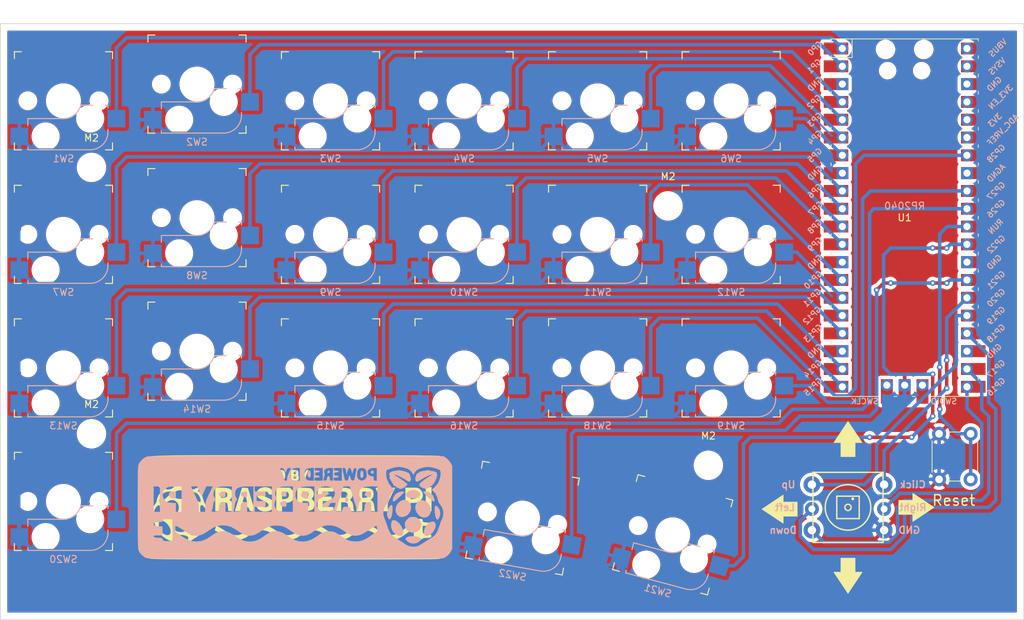
<source format=kicad_pcb>
(kicad_pcb (version 20171130) (host pcbnew "(5.1.12)-1")
  (layers (0 F.Cu signal) (31 B.Cu signal) (34 B.Paste user) (35 F.Paste user) (36 B.SilkS user) (37 F.SilkS user) (38 B.Mask user) (39 F.Mask user) (44 Edge.Cuts user))
  (net 0 "")
  (net 1 "Net-(SW1-Pad1)")
  (net 2 "Net-(SW1-Pad2)")
  (net 3 "Net-(SW2-Pad2)")
  (net 4 "Net-(SW3-Pad2)")
  (net 5 "Net-(SW4-Pad2)")
  (net 6 "Net-(SW5-Pad2)")
  (net 7 "Net-(SW6-Pad2)")
  (net 8 "Net-(SW7-Pad2)")
  (net 9 "Net-(SW8-Pad2)")
  (net 10 "Net-(SW9-Pad2)")
  (net 11 "Net-(SW10-Pad2)")
  (net 12 "Net-(SW11-Pad2)")
  (net 13 "Net-(SW12-Pad2)")
  (net 14 "Net-(SW13-Pad2)")
  (net 15 "Net-(SW14-Pad2)")
  (net 16 "Net-(SW15-Pad2)")
  (net 17 "Net-(SW16-Pad2)")
  (net 18 "Net-(SW17-Pad2)")
  (net 19 "Net-(SW18-Pad2)")
  (net 20 "Net-(SW19-Pad2)")
  (net 21 "Net-(SW20-Pad2)")
  (net 22 "Net-(SW21-Pad2)")
  (net 23 "Net-(SW22-Pad2)")
  (net 24 "Net-(Top1-Pad5)")
  (net 25 "Net-(Top1-Pad2)")
  (net 26 "Net-(Top1-Pad6)")
  (net 27 "Net-(Top1-Pad3)")
  (net 28 "Net-(Top1-Pad1)")
  (net 29 "Net-(U1-Pad3)")
  (net 30 "Net-(U1-Pad8)")
  (net 31 "Net-(U1-Pad13)")
  (net 32 "Net-(U1-Pad18)")
  (net 33 "Net-(U1-Pad23)")
  (net 34 "Net-(U1-Pad28)")
  (net 35 "Net-(U1-Pad33)")
  (net 36 "Net-(U1-Pad35)")
  (net 37 "Net-(U1-Pad36)")
  (net 38 "Net-(U1-Pad37)")
  (net 39 "Net-(U1-Pad38)")
  (net 40 "Net-(U1-Pad39)")
  (net 41 "Net-(U1-Pad40)")
  (net 42 "Net-(U1-Pad41)")
  (net 43 "Net-(U1-Pad43)")
  (module MountingHole:MountingHole_3.2mm_M3 (layer F.Cu) (at 122 82)
    (fp_text reference M2 (at 0 -4.2) (layer F.SilkS))
    (fp_text value MountingHole_3.2mm_M3)
    (pad 1 np_thru_hole circle (at 0 0) (size 3.2 3.2) (drill 3.2) (layers *.Cu *.Mask))
  )
  (module MountingHole:MountingHole_3.2mm_M3 (layer F.Cu) (at 34 77.5)
    (fp_text reference M2 (at 0 -4.2) (layer F.SilkS))
    (fp_text value MountingHole_3.2mm_M3)
    (pad 1 np_thru_hole circle (at 0 0) (size 3.2 3.2) (drill 3.2) (layers *.Cu *.Mask))
  )
  (module MountingHole:MountingHole_3.2mm_M3 (layer F.Cu) (at 116.25 45)
    (fp_text reference M2 (at 0 -4.2) (layer F.SilkS))
    (fp_text value MountingHole_3.2mm_M3)
    (pad 1 np_thru_hole circle (at 0 0) (size 3.2 3.2) (drill 3.2) (layers *.Cu *.Mask))
  )
  (module MountingHole:MountingHole_3.2mm_M3 (layer F.Cu) (at 34 39.5)
    (fp_text reference M2 (at 0 -4.2) (layer F.SilkS))
    (fp_text value MountingHole_3.2mm_M3)
    (pad 1 np_thru_hole circle (at 0 0) (size 3.2 3.2) (drill 3.2) (layers *.Cu *.Mask))
  )
  (module "Graphics:PiPoweredFILLED(Smaller)" (layer B.Cu) (at 63 88 180)
    (fp_text reference G*** hide)
    (fp_text value LOGO hide)
  )
  (module "Graphics:PwrdByPiOUTLINE(Smaller)" (layer F.Cu) (at 63 88)
    (fp_text reference G*** hide)
    (fp_text value LOGO hide)
  )
  (module MX_KeySwitch_Footprints:Kailh_socket_MX (layer F.Cu) (at 116.915625 91.9125 165)
    (fp_text reference SW21 (at 0 -8.255 165) (layer B.SilkS) (effects (justify mirror)))
    (fp_text value SW_SPST)
    (pad 2 smd rect (at -7.56 -2.54 165) (size 2.55 2.5) (layers B.Cu B.Paste B.Mask) (net 22 "Net-(SW21-Pad2)"))
    (pad "" np_thru_hole circle (at -5.08 0 165) (size 1.7018 1.7018) (drill 1.7018) (layers *.Cu *.Mask))
    (pad "" np_thru_hole circle (at 5.08 0 165) (size 1.7018 1.7018) (drill 1.7018) (layers *.Cu *.Mask))
    (pad "" np_thru_hole circle (at 0 0 165) (size 3.9878 3.9878) (drill 3.9878) (layers *.Cu *.Mask))
    (pad "" np_thru_hole circle (at -3.81 -2.54 165) (size 3 3) (drill 3) (layers *.Cu *.Mask))
    (pad "" np_thru_hole circle (at 2.54 -5.08 165) (size 3 3) (drill 3) (layers *.Cu *.Mask))
    (pad 1 smd rect (at 6.29 -5.08 165) (size 2.55 2.5) (layers B.Cu B.Paste B.Mask) (net 1 "Net-(SW1-Pad1)"))
  )
  (module MX_KeySwitch_Footprints:Kailh_socket_MX (layer F.Cu) (at 125.25 49.05 180)
    (fp_text reference SW12 (at 0 -8.255) (layer B.SilkS) (effects (justify mirror)))
    (fp_text value SW_SPST)
    (pad 1 smd rect (at 6.29 -5.08 180) (size 2.55 2.5) (layers B.Cu B.Paste B.Mask) (net 1 "Net-(SW1-Pad1)"))
    (pad "" np_thru_hole circle (at 2.54 -5.08 180) (size 3 3) (drill 3) (layers *.Cu *.Mask))
    (pad "" np_thru_hole circle (at -3.81 -2.54 180) (size 3 3) (drill 3) (layers *.Cu *.Mask))
    (pad "" np_thru_hole circle (at 0 0 180) (size 3.9878 3.9878) (drill 3.9878) (layers *.Cu *.Mask))
    (pad "" np_thru_hole circle (at 5.08 0 180) (size 1.7018 1.7018) (drill 1.7018) (layers *.Cu *.Mask))
    (pad "" np_thru_hole circle (at -5.08 0 180) (size 1.7018 1.7018) (drill 1.7018) (layers *.Cu *.Mask))
    (pad 2 smd rect (at -7.56 -2.54 180) (size 2.55 2.5) (layers B.Cu B.Paste B.Mask) (net 13 "Net-(SW12-Pad2)"))
  )
  (module Thru-hole_5-way_Navigation_switch:SKQUCAA010_4-directional_with_Center_Push (layer F.Cu) (at 141.91875 88)
    (fp_text reference Top1)
    (fp_text value Thru-hole_5-way_Navigation_switch)
    (fp_text user Up (at -8.5 -3.25) (layer B.SilkS) (effects (font (thickness 0.2)) (justify mirror)))
    (fp_text user Left (at -9 0) (layer B.SilkS) (effects (font (thickness 0.2)) (justify mirror)))
    (fp_text user Down (at -9.25 3.25) (layer B.SilkS) (effects (font (thickness 0.2)) (justify mirror)))
    (fp_text user Click (at 9.25 -3.25) (layer B.SilkS) (effects (font (thickness 0.2)) (justify mirror)))
    (fp_text user GND (at 8.75 3.25) (layer B.SilkS) (effects (font (thickness 0.2)) (justify mirror)))
    (fp_text user Right (at 9.25 0) (layer B.SilkS) (effects (font (thickness 0.2)) (justify mirror)))
    (pad 1 thru_hole circle (at -5.15 -3.25) (size 2.4 2.4) (drill 1.2) (layers *.Cu *.Mask) (net 28 "Net-(Top1-Pad1)"))
    (pad 3 thru_hole circle (at -5.15 3.25) (size 2.4 2.4) (drill 1.2) (layers *.Cu *.Mask) (net 27 "Net-(Top1-Pad3)"))
    (pad 4 thru_hole circle (at 5.15 3.25) (size 2.4 2.4) (drill 1.2) (layers *.Cu *.Mask) (net 1 "Net-(SW1-Pad1)"))
    (pad 6 thru_hole circle (at 5.15 -3.25) (size 2.4 2.4) (drill 1.2) (layers *.Cu *.Mask) (net 26 "Net-(Top1-Pad6)"))
    (pad 2 thru_hole circle (at -5.15 0.225) (size 2 2) (drill 1) (layers *.Cu *.Mask) (net 25 "Net-(Top1-Pad2)"))
    (pad 5 thru_hole circle (at 5.15 0.225) (size 2 2) (drill 1) (layers *.Cu *.Mask) (net 24 "Net-(Top1-Pad5)"))
  )
  (module Button_Switch_THT:SW_PUSH_6mm (layer F.Cu) (at 154.9125 84 90)
    (fp_text reference Reset (at -3 2.0875) (layer F.SilkS) (effects (font (size 1.5 1.5) (thickness 0.2))))
    (fp_text value SW_SPST)
    (pad 1 thru_hole circle (at 6.5 0 180) (size 2 2) (drill 1.1) (layers *.Cu *.Mask) (net 1 "Net-(SW1-Pad1)"))
    (pad 2 thru_hole circle (at 6.5 4.5 180) (size 2 2) (drill 1.1) (layers *.Cu *.Mask) (net 18 "Net-(SW17-Pad2)"))
    (pad 1 thru_hole circle (at 0 0 180) (size 2 2) (drill 1.1) (layers *.Cu *.Mask) (net 1 "Net-(SW1-Pad1)"))
    (pad 2 thru_hole circle (at 0 4.5 180) (size 2 2) (drill 1.1) (layers *.Cu *.Mask) (net 18 "Net-(SW17-Pad2)"))
  )
  (module MX_KeySwitch_Footprints:Kailh_socket_MX (layer F.Cu) (at 30 30 180)
    (fp_text reference SW1 (at 0 -8.255) (layer B.SilkS) (effects (justify mirror)))
    (fp_text value SW_SPST)
    (pad 1 smd rect (at 6.29 -5.08 180) (size 2.55 2.5) (layers B.Cu B.Paste B.Mask) (net 1 "Net-(SW1-Pad1)"))
    (pad "" np_thru_hole circle (at 2.54 -5.08 180) (size 3 3) (drill 3) (layers *.Cu *.Mask))
    (pad "" np_thru_hole circle (at -3.81 -2.54 180) (size 3 3) (drill 3) (layers *.Cu *.Mask))
    (pad "" np_thru_hole circle (at 0 0 180) (size 3.9878 3.9878) (drill 3.9878) (layers *.Cu *.Mask))
    (pad "" np_thru_hole circle (at 5.08 0 180) (size 1.7018 1.7018) (drill 1.7018) (layers *.Cu *.Mask))
    (pad "" np_thru_hole circle (at -5.08 0 180) (size 1.7018 1.7018) (drill 1.7018) (layers *.Cu *.Mask))
    (pad 2 smd rect (at -7.56 -2.54 180) (size 2.55 2.5) (layers B.Cu B.Paste B.Mask) (net 2 "Net-(SW1-Pad2)"))
  )
  (module MX_KeySwitch_Footprints:Kailh_socket_MX (layer F.Cu) (at 49.05 27.61875 180)
    (fp_text reference SW2 (at 0 -8.255) (layer B.SilkS) (effects (justify mirror)))
    (fp_text value SW_SPST)
    (pad 2 smd rect (at -7.56 -2.54 180) (size 2.55 2.5) (layers B.Cu B.Paste B.Mask) (net 3 "Net-(SW2-Pad2)"))
    (pad "" np_thru_hole circle (at -5.08 0 180) (size 1.7018 1.7018) (drill 1.7018) (layers *.Cu *.Mask))
    (pad "" np_thru_hole circle (at 5.08 0 180) (size 1.7018 1.7018) (drill 1.7018) (layers *.Cu *.Mask))
    (pad "" np_thru_hole circle (at 0 0 180) (size 3.9878 3.9878) (drill 3.9878) (layers *.Cu *.Mask))
    (pad "" np_thru_hole circle (at -3.81 -2.54 180) (size 3 3) (drill 3) (layers *.Cu *.Mask))
    (pad "" np_thru_hole circle (at 2.54 -5.08 180) (size 3 3) (drill 3) (layers *.Cu *.Mask))
    (pad 1 smd rect (at 6.29 -5.08 180) (size 2.55 2.5) (layers B.Cu B.Paste B.Mask) (net 1 "Net-(SW1-Pad1)"))
  )
  (module MX_KeySwitch_Footprints:Kailh_socket_MX (layer F.Cu) (at 68.1 30 180)
    (fp_text reference SW3 (at 0 -8.255) (layer B.SilkS) (effects (justify mirror)))
    (fp_text value SW_SPST)
    (pad 2 smd rect (at -7.56 -2.54 180) (size 2.55 2.5) (layers B.Cu B.Paste B.Mask) (net 4 "Net-(SW3-Pad2)"))
    (pad "" np_thru_hole circle (at -5.08 0 180) (size 1.7018 1.7018) (drill 1.7018) (layers *.Cu *.Mask))
    (pad "" np_thru_hole circle (at 5.08 0 180) (size 1.7018 1.7018) (drill 1.7018) (layers *.Cu *.Mask))
    (pad "" np_thru_hole circle (at 0 0 180) (size 3.9878 3.9878) (drill 3.9878) (layers *.Cu *.Mask))
    (pad "" np_thru_hole circle (at -3.81 -2.54 180) (size 3 3) (drill 3) (layers *.Cu *.Mask))
    (pad "" np_thru_hole circle (at 2.54 -5.08 180) (size 3 3) (drill 3) (layers *.Cu *.Mask))
    (pad 1 smd rect (at 6.29 -5.08 180) (size 2.55 2.5) (layers B.Cu B.Paste B.Mask) (net 1 "Net-(SW1-Pad1)"))
  )
  (module MX_KeySwitch_Footprints:Kailh_socket_MX (layer F.Cu) (at 87.15 30 180)
    (fp_text reference SW4 (at 0 -8.255) (layer B.SilkS) (effects (justify mirror)))
    (fp_text value SW_SPST)
    (pad 1 smd rect (at 6.29 -5.08 180) (size 2.55 2.5) (layers B.Cu B.Paste B.Mask) (net 1 "Net-(SW1-Pad1)"))
    (pad "" np_thru_hole circle (at 2.54 -5.08 180) (size 3 3) (drill 3) (layers *.Cu *.Mask))
    (pad "" np_thru_hole circle (at -3.81 -2.54 180) (size 3 3) (drill 3) (layers *.Cu *.Mask))
    (pad "" np_thru_hole circle (at 0 0 180) (size 3.9878 3.9878) (drill 3.9878) (layers *.Cu *.Mask))
    (pad "" np_thru_hole circle (at 5.08 0 180) (size 1.7018 1.7018) (drill 1.7018) (layers *.Cu *.Mask))
    (pad "" np_thru_hole circle (at -5.08 0 180) (size 1.7018 1.7018) (drill 1.7018) (layers *.Cu *.Mask))
    (pad 2 smd rect (at -7.56 -2.54 180) (size 2.55 2.5) (layers B.Cu B.Paste B.Mask) (net 5 "Net-(SW4-Pad2)"))
  )
  (module MX_KeySwitch_Footprints:Kailh_socket_MX (layer F.Cu) (at 106.2 30 180)
    (fp_text reference SW5 (at 0 -8.255) (layer B.SilkS) (effects (justify mirror)))
    (fp_text value SW_SPST)
    (pad 2 smd rect (at -7.56 -2.54 180) (size 2.55 2.5) (layers B.Cu B.Paste B.Mask) (net 6 "Net-(SW5-Pad2)"))
    (pad "" np_thru_hole circle (at -5.08 0 180) (size 1.7018 1.7018) (drill 1.7018) (layers *.Cu *.Mask))
    (pad "" np_thru_hole circle (at 5.08 0 180) (size 1.7018 1.7018) (drill 1.7018) (layers *.Cu *.Mask))
    (pad "" np_thru_hole circle (at 0 0 180) (size 3.9878 3.9878) (drill 3.9878) (layers *.Cu *.Mask))
    (pad "" np_thru_hole circle (at -3.81 -2.54 180) (size 3 3) (drill 3) (layers *.Cu *.Mask))
    (pad "" np_thru_hole circle (at 2.54 -5.08 180) (size 3 3) (drill 3) (layers *.Cu *.Mask))
    (pad 1 smd rect (at 6.29 -5.08 180) (size 2.55 2.5) (layers B.Cu B.Paste B.Mask) (net 1 "Net-(SW1-Pad1)"))
  )
  (module MX_KeySwitch_Footprints:Kailh_socket_MX (layer F.Cu) (at 125.25 30 180)
    (fp_text reference SW6 (at 0 -8.255) (layer B.SilkS) (effects (justify mirror)))
    (fp_text value SW_SPST)
    (pad 2 smd rect (at -7.56 -2.54 180) (size 2.55 2.5) (layers B.Cu B.Paste B.Mask) (net 7 "Net-(SW6-Pad2)"))
    (pad "" np_thru_hole circle (at -5.08 0 180) (size 1.7018 1.7018) (drill 1.7018) (layers *.Cu *.Mask))
    (pad "" np_thru_hole circle (at 5.08 0 180) (size 1.7018 1.7018) (drill 1.7018) (layers *.Cu *.Mask))
    (pad "" np_thru_hole circle (at 0 0 180) (size 3.9878 3.9878) (drill 3.9878) (layers *.Cu *.Mask))
    (pad "" np_thru_hole circle (at -3.81 -2.54 180) (size 3 3) (drill 3) (layers *.Cu *.Mask))
    (pad "" np_thru_hole circle (at 2.54 -5.08 180) (size 3 3) (drill 3) (layers *.Cu *.Mask))
    (pad 1 smd rect (at 6.29 -5.08 180) (size 2.55 2.5) (layers B.Cu B.Paste B.Mask) (net 1 "Net-(SW1-Pad1)"))
  )
  (module MX_KeySwitch_Footprints:Kailh_socket_MX (layer F.Cu) (at 30 49.05 180)
    (fp_text reference SW7 (at 0 -8.255) (layer B.SilkS) (effects (justify mirror)))
    (fp_text value SW_SPST)
    (pad 1 smd rect (at 6.29 -5.08 180) (size 2.55 2.5) (layers B.Cu B.Paste B.Mask) (net 1 "Net-(SW1-Pad1)"))
    (pad "" np_thru_hole circle (at 2.54 -5.08 180) (size 3 3) (drill 3) (layers *.Cu *.Mask))
    (pad "" np_thru_hole circle (at -3.81 -2.54 180) (size 3 3) (drill 3) (layers *.Cu *.Mask))
    (pad "" np_thru_hole circle (at 0 0 180) (size 3.9878 3.9878) (drill 3.9878) (layers *.Cu *.Mask))
    (pad "" np_thru_hole circle (at 5.08 0 180) (size 1.7018 1.7018) (drill 1.7018) (layers *.Cu *.Mask))
    (pad "" np_thru_hole circle (at -5.08 0 180) (size 1.7018 1.7018) (drill 1.7018) (layers *.Cu *.Mask))
    (pad 2 smd rect (at -7.56 -2.54 180) (size 2.55 2.5) (layers B.Cu B.Paste B.Mask) (net 8 "Net-(SW7-Pad2)"))
  )
  (module MX_KeySwitch_Footprints:Kailh_socket_MX (layer F.Cu) (at 49.05 46.66875 180)
    (fp_text reference SW8 (at 0 -8.255) (layer B.SilkS) (effects (justify mirror)))
    (fp_text value SW_SPST)
    (pad 1 smd rect (at 6.29 -5.08 180) (size 2.55 2.5) (layers B.Cu B.Paste B.Mask) (net 1 "Net-(SW1-Pad1)"))
    (pad "" np_thru_hole circle (at 2.54 -5.08 180) (size 3 3) (drill 3) (layers *.Cu *.Mask))
    (pad "" np_thru_hole circle (at -3.81 -2.54 180) (size 3 3) (drill 3) (layers *.Cu *.Mask))
    (pad "" np_thru_hole circle (at 0 0 180) (size 3.9878 3.9878) (drill 3.9878) (layers *.Cu *.Mask))
    (pad "" np_thru_hole circle (at 5.08 0 180) (size 1.7018 1.7018) (drill 1.7018) (layers *.Cu *.Mask))
    (pad "" np_thru_hole circle (at -5.08 0 180) (size 1.7018 1.7018) (drill 1.7018) (layers *.Cu *.Mask))
    (pad 2 smd rect (at -7.56 -2.54 180) (size 2.55 2.5) (layers B.Cu B.Paste B.Mask) (net 9 "Net-(SW8-Pad2)"))
  )
  (module MX_KeySwitch_Footprints:Kailh_socket_MX (layer F.Cu) (at 68.1 49.05 180)
    (fp_text reference SW9 (at 0 -8.255) (layer B.SilkS) (effects (justify mirror)))
    (fp_text value SW_SPST)
    (pad 1 smd rect (at 6.29 -5.08 180) (size 2.55 2.5) (layers B.Cu B.Paste B.Mask) (net 1 "Net-(SW1-Pad1)"))
    (pad "" np_thru_hole circle (at 2.54 -5.08 180) (size 3 3) (drill 3) (layers *.Cu *.Mask))
    (pad "" np_thru_hole circle (at -3.81 -2.54 180) (size 3 3) (drill 3) (layers *.Cu *.Mask))
    (pad "" np_thru_hole circle (at 0 0 180) (size 3.9878 3.9878) (drill 3.9878) (layers *.Cu *.Mask))
    (pad "" np_thru_hole circle (at 5.08 0 180) (size 1.7018 1.7018) (drill 1.7018) (layers *.Cu *.Mask))
    (pad "" np_thru_hole circle (at -5.08 0 180) (size 1.7018 1.7018) (drill 1.7018) (layers *.Cu *.Mask))
    (pad 2 smd rect (at -7.56 -2.54 180) (size 2.55 2.5) (layers B.Cu B.Paste B.Mask) (net 10 "Net-(SW9-Pad2)"))
  )
  (module MX_KeySwitch_Footprints:Kailh_socket_MX (layer F.Cu) (at 87.15 49.05 180)
    (fp_text reference SW10 (at 0 -8.255) (layer B.SilkS) (effects (justify mirror)))
    (fp_text value SW_SPST)
    (pad 2 smd rect (at -7.56 -2.54 180) (size 2.55 2.5) (layers B.Cu B.Paste B.Mask) (net 11 "Net-(SW10-Pad2)"))
    (pad "" np_thru_hole circle (at -5.08 0 180) (size 1.7018 1.7018) (drill 1.7018) (layers *.Cu *.Mask))
    (pad "" np_thru_hole circle (at 5.08 0 180) (size 1.7018 1.7018) (drill 1.7018) (layers *.Cu *.Mask))
    (pad "" np_thru_hole circle (at 0 0 180) (size 3.9878 3.9878) (drill 3.9878) (layers *.Cu *.Mask))
    (pad "" np_thru_hole circle (at -3.81 -2.54 180) (size 3 3) (drill 3) (layers *.Cu *.Mask))
    (pad "" np_thru_hole circle (at 2.54 -5.08 180) (size 3 3) (drill 3) (layers *.Cu *.Mask))
    (pad 1 smd rect (at 6.29 -5.08 180) (size 2.55 2.5) (layers B.Cu B.Paste B.Mask) (net 1 "Net-(SW1-Pad1)"))
  )
  (module MX_KeySwitch_Footprints:Kailh_socket_MX (layer F.Cu) (at 106.2 49.05 180)
    (fp_text reference SW11 (at 0 -8.255) (layer B.SilkS) (effects (justify mirror)))
    (fp_text value SW_SPST)
    (pad 1 smd rect (at 6.29 -5.08 180) (size 2.55 2.5) (layers B.Cu B.Paste B.Mask) (net 1 "Net-(SW1-Pad1)"))
    (pad "" np_thru_hole circle (at 2.54 -5.08 180) (size 3 3) (drill 3) (layers *.Cu *.Mask))
    (pad "" np_thru_hole circle (at -3.81 -2.54 180) (size 3 3) (drill 3) (layers *.Cu *.Mask))
    (pad "" np_thru_hole circle (at 0 0 180) (size 3.9878 3.9878) (drill 3.9878) (layers *.Cu *.Mask))
    (pad "" np_thru_hole circle (at 5.08 0 180) (size 1.7018 1.7018) (drill 1.7018) (layers *.Cu *.Mask))
    (pad "" np_thru_hole circle (at -5.08 0 180) (size 1.7018 1.7018) (drill 1.7018) (layers *.Cu *.Mask))
    (pad 2 smd rect (at -7.56 -2.54 180) (size 2.55 2.5) (layers B.Cu B.Paste B.Mask) (net 12 "Net-(SW11-Pad2)"))
  )
  (module MX_KeySwitch_Footprints:Kailh_socket_MX (layer F.Cu) (at 30 68.1 180)
    (fp_text reference SW13 (at 0 -8.255) (layer B.SilkS) (effects (justify mirror)))
    (fp_text value SW_SPST)
    (pad 2 smd rect (at -7.56 -2.54 180) (size 2.55 2.5) (layers B.Cu B.Paste B.Mask) (net 14 "Net-(SW13-Pad2)"))
    (pad "" np_thru_hole circle (at -5.08 0 180) (size 1.7018 1.7018) (drill 1.7018) (layers *.Cu *.Mask))
    (pad "" np_thru_hole circle (at 5.08 0 180) (size 1.7018 1.7018) (drill 1.7018) (layers *.Cu *.Mask))
    (pad "" np_thru_hole circle (at 0 0 180) (size 3.9878 3.9878) (drill 3.9878) (layers *.Cu *.Mask))
    (pad "" np_thru_hole circle (at -3.81 -2.54 180) (size 3 3) (drill 3) (layers *.Cu *.Mask))
    (pad "" np_thru_hole circle (at 2.54 -5.08 180) (size 3 3) (drill 3) (layers *.Cu *.Mask))
    (pad 1 smd rect (at 6.29 -5.08 180) (size 2.55 2.5) (layers B.Cu B.Paste B.Mask) (net 1 "Net-(SW1-Pad1)"))
  )
  (module MX_KeySwitch_Footprints:Kailh_socket_MX (layer F.Cu) (at 49.05 65.71875 180)
    (fp_text reference SW14 (at 0 -8.255) (layer B.SilkS) (effects (justify mirror)))
    (fp_text value SW_SPST)
    (pad 1 smd rect (at 6.29 -5.08 180) (size 2.55 2.5) (layers B.Cu B.Paste B.Mask) (net 1 "Net-(SW1-Pad1)"))
    (pad "" np_thru_hole circle (at 2.54 -5.08 180) (size 3 3) (drill 3) (layers *.Cu *.Mask))
    (pad "" np_thru_hole circle (at -3.81 -2.54 180) (size 3 3) (drill 3) (layers *.Cu *.Mask))
    (pad "" np_thru_hole circle (at 0 0 180) (size 3.9878 3.9878) (drill 3.9878) (layers *.Cu *.Mask))
    (pad "" np_thru_hole circle (at 5.08 0 180) (size 1.7018 1.7018) (drill 1.7018) (layers *.Cu *.Mask))
    (pad "" np_thru_hole circle (at -5.08 0 180) (size 1.7018 1.7018) (drill 1.7018) (layers *.Cu *.Mask))
    (pad 2 smd rect (at -7.56 -2.54 180) (size 2.55 2.5) (layers B.Cu B.Paste B.Mask) (net 15 "Net-(SW14-Pad2)"))
  )
  (module MX_KeySwitch_Footprints:Kailh_socket_MX (layer F.Cu) (at 68.1 68.1 180)
    (fp_text reference SW15 (at 0 -8.255) (layer B.SilkS) (effects (justify mirror)))
    (fp_text value SW_SPST)
    (pad 1 smd rect (at 6.29 -5.08 180) (size 2.55 2.5) (layers B.Cu B.Paste B.Mask) (net 1 "Net-(SW1-Pad1)"))
    (pad "" np_thru_hole circle (at 2.54 -5.08 180) (size 3 3) (drill 3) (layers *.Cu *.Mask))
    (pad "" np_thru_hole circle (at -3.81 -2.54 180) (size 3 3) (drill 3) (layers *.Cu *.Mask))
    (pad "" np_thru_hole circle (at 0 0 180) (size 3.9878 3.9878) (drill 3.9878) (layers *.Cu *.Mask))
    (pad "" np_thru_hole circle (at 5.08 0 180) (size 1.7018 1.7018) (drill 1.7018) (layers *.Cu *.Mask))
    (pad "" np_thru_hole circle (at -5.08 0 180) (size 1.7018 1.7018) (drill 1.7018) (layers *.Cu *.Mask))
    (pad 2 smd rect (at -7.56 -2.54 180) (size 2.55 2.5) (layers B.Cu B.Paste B.Mask) (net 16 "Net-(SW15-Pad2)"))
  )
  (module MX_KeySwitch_Footprints:Kailh_socket_MX (layer F.Cu) (at 87.15 68.1 180)
    (fp_text reference SW16 (at 0 -8.255) (layer B.SilkS) (effects (justify mirror)))
    (fp_text value SW_SPST)
    (pad 2 smd rect (at -7.56 -2.54 180) (size 2.55 2.5) (layers B.Cu B.Paste B.Mask) (net 17 "Net-(SW16-Pad2)"))
    (pad "" np_thru_hole circle (at -5.08 0 180) (size 1.7018 1.7018) (drill 1.7018) (layers *.Cu *.Mask))
    (pad "" np_thru_hole circle (at 5.08 0 180) (size 1.7018 1.7018) (drill 1.7018) (layers *.Cu *.Mask))
    (pad "" np_thru_hole circle (at 0 0 180) (size 3.9878 3.9878) (drill 3.9878) (layers *.Cu *.Mask))
    (pad "" np_thru_hole circle (at -3.81 -2.54 180) (size 3 3) (drill 3) (layers *.Cu *.Mask))
    (pad "" np_thru_hole circle (at 2.54 -5.08 180) (size 3 3) (drill 3) (layers *.Cu *.Mask))
    (pad 1 smd rect (at 6.29 -5.08 180) (size 2.55 2.5) (layers B.Cu B.Paste B.Mask) (net 1 "Net-(SW1-Pad1)"))
  )
  (module MX_KeySwitch_Footprints:Kailh_socket_MX (layer F.Cu) (at 106.2 68.1 180)
    (fp_text reference SW18 (at 0 -8.255) (layer B.SilkS) (effects (justify mirror)))
    (fp_text value SW_SPST)
    (pad 2 smd rect (at -7.56 -2.54 180) (size 2.55 2.5) (layers B.Cu B.Paste B.Mask) (net 19 "Net-(SW18-Pad2)"))
    (pad "" np_thru_hole circle (at -5.08 0 180) (size 1.7018 1.7018) (drill 1.7018) (layers *.Cu *.Mask))
    (pad "" np_thru_hole circle (at 5.08 0 180) (size 1.7018 1.7018) (drill 1.7018) (layers *.Cu *.Mask))
    (pad "" np_thru_hole circle (at 0 0 180) (size 3.9878 3.9878) (drill 3.9878) (layers *.Cu *.Mask))
    (pad "" np_thru_hole circle (at -3.81 -2.54 180) (size 3 3) (drill 3) (layers *.Cu *.Mask))
    (pad "" np_thru_hole circle (at 2.54 -5.08 180) (size 3 3) (drill 3) (layers *.Cu *.Mask))
    (pad 1 smd rect (at 6.29 -5.08 180) (size 2.55 2.5) (layers B.Cu B.Paste B.Mask) (net 1 "Net-(SW1-Pad1)"))
  )
  (module MX_KeySwitch_Footprints:Kailh_socket_MX (layer F.Cu) (at 125.25 68.1 180)
    (fp_text reference SW19 (at 0 -8.255) (layer B.SilkS) (effects (justify mirror)))
    (fp_text value SW_SPST)
    (pad 1 smd rect (at 6.29 -5.08 180) (size 2.55 2.5) (layers B.Cu B.Paste B.Mask) (net 1 "Net-(SW1-Pad1)"))
    (pad "" np_thru_hole circle (at 2.54 -5.08 180) (size 3 3) (drill 3) (layers *.Cu *.Mask))
    (pad "" np_thru_hole circle (at -3.81 -2.54 180) (size 3 3) (drill 3) (layers *.Cu *.Mask))
    (pad "" np_thru_hole circle (at 0 0 180) (size 3.9878 3.9878) (drill 3.9878) (layers *.Cu *.Mask))
    (pad "" np_thru_hole circle (at 5.08 0 180) (size 1.7018 1.7018) (drill 1.7018) (layers *.Cu *.Mask))
    (pad "" np_thru_hole circle (at -5.08 0 180) (size 1.7018 1.7018) (drill 1.7018) (layers *.Cu *.Mask))
    (pad 2 smd rect (at -7.56 -2.54 180) (size 2.55 2.5) (layers B.Cu B.Paste B.Mask) (net 20 "Net-(SW19-Pad2)"))
  )
  (module MX_KeySwitch_Footprints:Kailh_socket_MX (layer F.Cu) (at 30 87.15 180)
    (fp_text reference SW20 (at 0 -8.255) (layer B.SilkS) (effects (justify mirror)))
    (fp_text value SW_SPST)
    (pad 1 smd rect (at 6.29 -5.08 180) (size 2.55 2.5) (layers B.Cu B.Paste B.Mask) (net 1 "Net-(SW1-Pad1)"))
    (pad "" np_thru_hole circle (at 2.54 -5.08 180) (size 3 3) (drill 3) (layers *.Cu *.Mask))
    (pad "" np_thru_hole circle (at -3.81 -2.54 180) (size 3 3) (drill 3) (layers *.Cu *.Mask))
    (pad "" np_thru_hole circle (at 0 0 180) (size 3.9878 3.9878) (drill 3.9878) (layers *.Cu *.Mask))
    (pad "" np_thru_hole circle (at 5.08 0 180) (size 1.7018 1.7018) (drill 1.7018) (layers *.Cu *.Mask))
    (pad "" np_thru_hole circle (at -5.08 0 180) (size 1.7018 1.7018) (drill 1.7018) (layers *.Cu *.Mask))
    (pad 2 smd rect (at -7.56 -2.54 180) (size 2.55 2.5) (layers B.Cu B.Paste B.Mask) (net 21 "Net-(SW20-Pad2)"))
  )
  (module MX_KeySwitch_Footprints:Kailh_socket_MX (layer F.Cu) (at 95.484375 89.53125 170)
    (fp_text reference SW22 (at 0 -8.255 170) (layer B.SilkS) (effects (justify mirror)))
    (fp_text value SW_SPST)
    (pad 2 smd rect (at -7.56 -2.54 170) (size 2.55 2.5) (layers B.Cu B.Paste B.Mask) (net 23 "Net-(SW22-Pad2)"))
    (pad "" np_thru_hole circle (at -5.08 0 170) (size 1.7018 1.7018) (drill 1.7018) (layers *.Cu *.Mask))
    (pad "" np_thru_hole circle (at 5.08 0 170) (size 1.7018 1.7018) (drill 1.7018) (layers *.Cu *.Mask))
    (pad "" np_thru_hole circle (at 0 0 170) (size 3.9878 3.9878) (drill 3.9878) (layers *.Cu *.Mask))
    (pad "" np_thru_hole circle (at -3.81 -2.54 170) (size 3 3) (drill 3) (layers *.Cu *.Mask))
    (pad "" np_thru_hole circle (at 2.54 -5.08 170) (size 3 3) (drill 3) (layers *.Cu *.Mask))
    (pad 1 smd rect (at 6.29 -5.08 170) (size 2.55 2.5) (layers B.Cu B.Paste B.Mask) (net 1 "Net-(SW1-Pad1)"))
  )
  (module "RP2040_(Raspberry_Pi_Pico):RPi_Pico_SMD_TH" (layer F.Cu) (at 150 46.66875)
    (fp_text reference U1 (at 0 0) (layer F.SilkS))
    (fp_text value Pico)
    (fp_text user RP2040 (at 0 -1.66875 180) (layer B.SilkS) (effects (justify mirror)))
    (fp_text user GP1 (at -12.9 -21.6 45) (layer B.SilkS) (effects (font (size 0.8 0.8)) (justify mirror)))
    (fp_text user GP2 (at -12.9 -16.51 45) (layer B.SilkS) (effects (font (size 0.8 0.8)) (justify mirror)))
    (fp_text user GP0 (at -12.8 -24.13 45) (layer B.SilkS) (effects (font (size 0.8 0.8)) (justify mirror)))
    (fp_text user GP3 (at -12.8 -13.97 45) (layer B.SilkS) (effects (font (size 0.8 0.8)) (justify mirror)))
    (fp_text user GP4 (at -12.8 -11.43 45) (layer B.SilkS) (effects (font (size 0.8 0.8)) (justify mirror)))
    (fp_text user GP5 (at -12.8 -8.89 45) (layer B.SilkS) (effects (font (size 0.8 0.8)) (justify mirror)))
    (fp_text user GP6 (at -12.8 -3.81 45) (layer B.SilkS) (effects (font (size 0.8 0.8)) (justify mirror)))
    (fp_text user GP7 (at -12.7 -1.3 45) (layer B.SilkS) (effects (font (size 0.8 0.8)) (justify mirror)))
    (fp_text user GP8 (at -12.8 1.27 45) (layer B.SilkS) (effects (font (size 0.8 0.8)) (justify mirror)))
    (fp_text user GP9 (at -12.8 3.81 45) (layer B.SilkS) (effects (font (size 0.8 0.8)) (justify mirror)))
    (fp_text user GP10 (at -13.054 8.89 45) (layer B.SilkS) (effects (font (size 0.8 0.8)) (justify mirror)))
    (fp_text user GP11 (at -13.2 11.43 45) (layer B.SilkS) (effects (font (size 0.8 0.8)) (justify mirror)))
    (fp_text user GP12 (at -13.2 13.97 45) (layer B.SilkS) (effects (font (size 0.8 0.8)) (justify mirror)))
    (fp_text user GP13 (at -13.054 16.51 45) (layer B.SilkS) (effects (font (size 0.8 0.8)) (justify mirror)))
    (fp_text user GP14 (at -13.1 21.59 45) (layer B.SilkS) (effects (font (size 0.8 0.8)) (justify mirror)))
    (fp_text user GP15 (at -13.054 24.13 45) (layer B.SilkS) (effects (font (size 0.8 0.8)) (justify mirror)))
    (fp_text user GP16 (at 13.054 24.13 45) (layer B.SilkS) (effects (font (size 0.8 0.8)) (justify mirror)))
    (fp_text user GP17 (at 13.054 21.59 45) (layer B.SilkS) (effects (font (size 0.8 0.8)) (justify mirror)))
    (fp_text user GP18 (at 13.054 16.51 45) (layer B.SilkS) (effects (font (size 0.8 0.8)) (justify mirror)))
    (fp_text user GP19 (at 13.054 13.97 45) (layer B.SilkS) (effects (font (size 0.8 0.8)) (justify mirror)))
    (fp_text user GP20 (at 13.054 11.43 45) (layer B.SilkS) (effects (font (size 0.8 0.8)) (justify mirror)))
    (fp_text user GP21 (at 13.054 8.9 45) (layer B.SilkS) (effects (font (size 0.8 0.8)) (justify mirror)))
    (fp_text user GP22 (at 13.054 3.81 45) (layer B.SilkS) (effects (font (size 0.8 0.8)) (justify mirror)))
    (fp_text user RUN (at 13 1.27 45) (layer B.SilkS) (effects (font (size 0.8 0.8)) (justify mirror)))
    (fp_text user GP26 (at 13.054 -1.27 45) (layer B.SilkS) (effects (font (size 0.8 0.8)) (justify mirror)))
    (fp_text user GP27 (at 13.054 -3.8 45) (layer B.SilkS) (effects (font (size 0.8 0.8)) (justify mirror)))
    (fp_text user GP28 (at 13.054 -9.144 45) (layer B.SilkS) (effects (font (size 0.8 0.8)) (justify mirror)))
    (fp_text user ADC_VREF (at 14 -12.5 45) (layer B.SilkS) (effects (font (size 0.8 0.8)) (justify mirror)))
    (fp_text user 3V3 (at 12.9 -13.9 45) (layer B.SilkS) (effects (font (size 0.8 0.8)) (justify mirror)))
    (fp_text user 3V3_EN (at 13.7 -17.2 45) (layer B.SilkS) (effects (font (size 0.8 0.8)) (justify mirror)))
    (fp_text user VSYS (at 13.2 -21.59 45) (layer B.SilkS) (effects (font (size 0.8 0.8)) (justify mirror)))
    (fp_text user VBUS (at 13.3 -24.2 45) (layer B.SilkS) (effects (font (size 0.8 0.8)) (justify mirror)))
    (fp_text user GND (at -12.8 -19.05 45) (layer B.SilkS) (effects (font (size 0.8 0.8)) (justify mirror)))
    (fp_text user GND (at -12.8 -6.35 45) (layer B.SilkS) (effects (font (size 0.8 0.8)) (justify mirror)))
    (fp_text user GND (at -12.8 6.35 45) (layer B.SilkS) (effects (font (size 0.8 0.8)) (justify mirror)))
    (fp_text user GND (at -12.8 19.05 45) (layer B.SilkS) (effects (font (size 0.8 0.8)) (justify mirror)))
    (fp_text user GND (at 12.8 19.05 45) (layer B.SilkS) (effects (font (size 0.8 0.8)) (justify mirror)))
    (fp_text user GND (at 12.8 6.35 45) (layer B.SilkS) (effects (font (size 0.8 0.8)) (justify mirror)))
    (fp_text user GND (at 12.8 -19.05 45) (layer B.SilkS) (effects (font (size 0.8 0.8)) (justify mirror)))
    (fp_text user AGND (at 13.054 -6.35 45) (layer B.SilkS) (effects (font (size 0.8 0.8)) (justify mirror)))
    (fp_text user SWCLK (at -5.7 26.2) (layer B.SilkS) (effects (font (size 0.8 0.8)) (justify mirror)))
    (fp_text user SWDIO (at 5.6 26.2) (layer B.SilkS) (effects (font (size 0.8 0.8)) (justify mirror)))
    (pad 1 thru_hole oval (at -8.89 -24.13) (size 1.7 1.7) (drill 1.02) (layers *.Cu *.Mask) (net 2 "Net-(SW1-Pad2)"))
    (pad 2 thru_hole oval (at -8.89 -21.59) (size 1.7 1.7) (drill 1.02) (layers *.Cu *.Mask) (net 3 "Net-(SW2-Pad2)"))
    (pad 3 thru_hole rect (at -8.89 -19.05) (size 1.7 1.7) (drill 1.02) (layers *.Cu *.Mask) (net 29 "Net-(U1-Pad3)"))
    (pad 4 thru_hole oval (at -8.89 -16.51) (size 1.7 1.7) (drill 1.02) (layers *.Cu *.Mask) (net 4 "Net-(SW3-Pad2)"))
    (pad 5 thru_hole oval (at -8.89 -13.97) (size 1.7 1.7) (drill 1.02) (layers *.Cu *.Mask) (net 5 "Net-(SW4-Pad2)"))
    (pad 6 thru_hole oval (at -8.89 -11.43) (size 1.7 1.7) (drill 1.02) (layers *.Cu *.Mask) (net 6 "Net-(SW5-Pad2)"))
    (pad 7 thru_hole oval (at -8.89 -8.89) (size 1.7 1.7) (drill 1.02) (layers *.Cu *.Mask) (net 7 "Net-(SW6-Pad2)"))
    (pad 8 thru_hole rect (at -8.89 -6.35) (size 1.7 1.7) (drill 1.02) (layers *.Cu *.Mask) (net 30 "Net-(U1-Pad8)"))
    (pad 9 thru_hole oval (at -8.89 -3.81) (size 1.7 1.7) (drill 1.02) (layers *.Cu *.Mask) (net 8 "Net-(SW7-Pad2)"))
    (pad 10 thru_hole oval (at -8.89 -1.27) (size 1.7 1.7) (drill 1.02) (layers *.Cu *.Mask) (net 9 "Net-(SW8-Pad2)"))
    (pad 11 thru_hole oval (at -8.89 1.27) (size 1.7 1.7) (drill 1.02) (layers *.Cu *.Mask) (net 10 "Net-(SW9-Pad2)"))
    (pad 12 thru_hole oval (at -8.89 3.81) (size 1.7 1.7) (drill 1.02) (layers *.Cu *.Mask) (net 11 "Net-(SW10-Pad2)"))
    (pad 13 thru_hole rect (at -8.89 6.35) (size 1.7 1.7) (drill 1.02) (layers *.Cu *.Mask) (net 31 "Net-(U1-Pad13)"))
    (pad 14 thru_hole oval (at -8.89 8.89) (size 1.7 1.7) (drill 1.02) (layers *.Cu *.Mask) (net 12 "Net-(SW11-Pad2)"))
    (pad 15 thru_hole oval (at -8.89 11.43) (size 1.7 1.7) (drill 1.02) (layers *.Cu *.Mask) (net 13 "Net-(SW12-Pad2)"))
    (pad 16 thru_hole oval (at -8.89 13.97) (size 1.7 1.7) (drill 1.02) (layers *.Cu *.Mask) (net 14 "Net-(SW13-Pad2)"))
    (pad 17 thru_hole oval (at -8.89 16.51) (size 1.7 1.7) (drill 1.02) (layers *.Cu *.Mask) (net 15 "Net-(SW14-Pad2)"))
    (pad 18 thru_hole rect (at -8.89 19.05) (size 1.7 1.7) (drill 1.02) (layers *.Cu *.Mask) (net 32 "Net-(U1-Pad18)"))
    (pad 19 thru_hole oval (at -8.89 21.59) (size 1.7 1.7) (drill 1.02) (layers *.Cu *.Mask) (net 16 "Net-(SW15-Pad2)"))
    (pad 20 thru_hole oval (at -8.89 24.13) (size 1.7 1.7) (drill 1.02) (layers *.Cu *.Mask) (net 17 "Net-(SW16-Pad2)"))
    (pad 21 thru_hole oval (at 8.89 24.13) (size 1.7 1.7) (drill 1.02) (layers *.Cu *.Mask) (net 24 "Net-(Top1-Pad5)"))
    (pad 22 thru_hole oval (at 8.89 21.59) (size 1.7 1.7) (drill 1.02) (layers *.Cu *.Mask) (net 27 "Net-(Top1-Pad3)"))
    (pad 23 thru_hole rect (at 8.89 19.05) (size 1.7 1.7) (drill 1.02) (layers *.Cu *.Mask) (net 33 "Net-(U1-Pad23)"))
    (pad 24 thru_hole oval (at 8.89 16.51) (size 1.7 1.7) (drill 1.02) (layers *.Cu *.Mask) (net 25 "Net-(Top1-Pad2)"))
    (pad 25 thru_hole oval (at 8.89 13.97) (size 1.7 1.7) (drill 1.02) (layers *.Cu *.Mask) (net 28 "Net-(Top1-Pad1)"))
    (pad 26 thru_hole oval (at 8.89 11.43) (size 1.7 1.7) (drill 1.02) (layers *.Cu *.Mask) (net 26 "Net-(Top1-Pad6)"))
    (pad 27 thru_hole oval (at 8.89 8.89) (size 1.7 1.7) (drill 1.02) (layers *.Cu *.Mask) (net 23 "Net-(SW22-Pad2)"))
    (pad 28 thru_hole rect (at 8.89 6.35) (size 1.7 1.7) (drill 1.02) (layers *.Cu *.Mask) (net 34 "Net-(U1-Pad28)"))
    (pad 29 thru_hole oval (at 8.89 3.81) (size 1.7 1.7) (drill 1.02) (layers *.Cu *.Mask) (net 22 "Net-(SW21-Pad2)"))
    (pad 30 thru_hole oval (at 8.89 1.27) (size 1.7 1.7) (drill 1.02) (layers *.Cu *.Mask) (net 18 "Net-(SW17-Pad2)"))
    (pad 31 thru_hole oval (at 8.89 -1.27) (size 1.7 1.7) (drill 1.02) (layers *.Cu *.Mask) (net 21 "Net-(SW20-Pad2)"))
    (pad 32 thru_hole oval (at 8.89 -3.81) (size 1.7 1.7) (drill 1.02) (layers *.Cu *.Mask) (net 20 "Net-(SW19-Pad2)"))
    (pad 33 thru_hole rect (at 8.89 -6.35) (size 1.7 1.7) (drill 1.02) (layers *.Cu *.Mask) (net 35 "Net-(U1-Pad33)"))
    (pad 34 thru_hole oval (at 8.89 -8.89) (size 1.7 1.7) (drill 1.02) (layers *.Cu *.Mask) (net 19 "Net-(SW18-Pad2)"))
    (pad 35 thru_hole oval (at 8.89 -11.43) (size 1.7 1.7) (drill 1.02) (layers *.Cu *.Mask) (net 36 "Net-(U1-Pad35)"))
    (pad 36 thru_hole oval (at 8.89 -13.97) (size 1.7 1.7) (drill 1.02) (layers *.Cu *.Mask) (net 37 "Net-(U1-Pad36)"))
    (pad 37 thru_hole oval (at 8.89 -16.51) (size 1.7 1.7) (drill 1.02) (layers *.Cu *.Mask) (net 38 "Net-(U1-Pad37)"))
    (pad 38 thru_hole rect (at 8.89 -19.05) (size 1.7 1.7) (drill 1.02) (layers *.Cu *.Mask) (net 39 "Net-(U1-Pad38)"))
    (pad 39 thru_hole oval (at 8.89 -21.59) (size 1.7 1.7) (drill 1.02) (layers *.Cu *.Mask) (net 40 "Net-(U1-Pad39)"))
    (pad 40 thru_hole oval (at 8.89 -24.13) (size 1.7 1.7) (drill 1.02) (layers *.Cu *.Mask) (net 41 "Net-(U1-Pad40)"))
    (pad 1 smd rect (at -8.89 -24.13) (size 3.5 1.7) (drill (offset -0.9 0)) (layers F.Cu F.Mask) (net 2 "Net-(SW1-Pad2)"))
    (pad 2 smd rect (at -8.89 -21.59) (size 3.5 1.7) (drill (offset -0.9 0)) (layers F.Cu F.Mask) (net 3 "Net-(SW2-Pad2)"))
    (pad 3 smd rect (at -8.89 -19.05) (size 3.5 1.7) (drill (offset -0.9 0)) (layers F.Cu F.Mask) (net 29 "Net-(U1-Pad3)"))
    (pad 4 smd rect (at -8.89 -16.51) (size 3.5 1.7) (drill (offset -0.9 0)) (layers F.Cu F.Mask) (net 4 "Net-(SW3-Pad2)"))
    (pad 5 smd rect (at -8.89 -13.97) (size 3.5 1.7) (drill (offset -0.9 0)) (layers F.Cu F.Mask) (net 5 "Net-(SW4-Pad2)"))
    (pad 6 smd rect (at -8.89 -11.43) (size 3.5 1.7) (drill (offset -0.9 0)) (layers F.Cu F.Mask) (net 6 "Net-(SW5-Pad2)"))
    (pad 7 smd rect (at -8.89 -8.89) (size 3.5 1.7) (drill (offset -0.9 0)) (layers F.Cu F.Mask) (net 7 "Net-(SW6-Pad2)"))
    (pad 8 smd rect (at -8.89 -6.35) (size 3.5 1.7) (drill (offset -0.9 0)) (layers F.Cu F.Mask) (net 30 "Net-(U1-Pad8)"))
    (pad 9 smd rect (at -8.89 -3.81) (size 3.5 1.7) (drill (offset -0.9 0)) (layers F.Cu F.Mask) (net 8 "Net-(SW7-Pad2)"))
    (pad 10 smd rect (at -8.89 -1.27) (size 3.5 1.7) (drill (offset -0.9 0)) (layers F.Cu F.Mask) (net 9 "Net-(SW8-Pad2)"))
    (pad 11 smd rect (at -8.89 1.27) (size 3.5 1.7) (drill (offset -0.9 0)) (layers F.Cu F.Mask) (net 10 "Net-(SW9-Pad2)"))
    (pad 12 smd rect (at -8.89 3.81) (size 3.5 1.7) (drill (offset -0.9 0)) (layers F.Cu F.Mask) (net 11 "Net-(SW10-Pad2)"))
    (pad 13 smd rect (at -8.89 6.35) (size 3.5 1.7) (drill (offset -0.9 0)) (layers F.Cu F.Mask) (net 31 "Net-(U1-Pad13)"))
    (pad 14 smd rect (at -8.89 8.89) (size 3.5 1.7) (drill (offset -0.9 0)) (layers F.Cu F.Mask) (net 12 "Net-(SW11-Pad2)"))
    (pad 15 smd rect (at -8.89 11.43) (size 3.5 1.7) (drill (offset -0.9 0)) (layers F.Cu F.Mask) (net 13 "Net-(SW12-Pad2)"))
    (pad 16 smd rect (at -8.89 13.97) (size 3.5 1.7) (drill (offset -0.9 0)) (layers F.Cu F.Mask) (net 14 "Net-(SW13-Pad2)"))
    (pad 17 smd rect (at -8.89 16.51) (size 3.5 1.7) (drill (offset -0.9 0)) (layers F.Cu F.Mask) (net 15 "Net-(SW14-Pad2)"))
    (pad 18 smd rect (at -8.89 19.05) (size 3.5 1.7) (drill (offset -0.9 0)) (layers F.Cu F.Mask) (net 32 "Net-(U1-Pad18)"))
    (pad 19 smd rect (at -8.89 21.59) (size 3.5 1.7) (drill (offset -0.9 0)) (layers F.Cu F.Mask) (net 16 "Net-(SW15-Pad2)"))
    (pad 20 smd rect (at -8.89 24.13) (size 3.5 1.7) (drill (offset -0.9 0)) (layers F.Cu F.Mask) (net 17 "Net-(SW16-Pad2)"))
    (pad 40 smd rect (at 8.89 -24.13) (size 3.5 1.7) (drill (offset 0.9 0)) (layers F.Cu F.Mask) (net 41 "Net-(U1-Pad40)"))
    (pad 39 smd rect (at 8.89 -21.59) (size 3.5 1.7) (drill (offset 0.9 0)) (layers F.Cu F.Mask) (net 40 "Net-(U1-Pad39)"))
    (pad 38 smd rect (at 8.89 -19.05) (size 3.5 1.7) (drill (offset 0.9 0)) (layers F.Cu F.Mask) (net 39 "Net-(U1-Pad38)"))
    (pad 37 smd rect (at 8.89 -16.51) (size 3.5 1.7) (drill (offset 0.9 0)) (layers F.Cu F.Mask) (net 38 "Net-(U1-Pad37)"))
    (pad 36 smd rect (at 8.89 -13.97) (size 3.5 1.7) (drill (offset 0.9 0)) (layers F.Cu F.Mask) (net 37 "Net-(U1-Pad36)"))
    (pad 35 smd rect (at 8.89 -11.43) (size 3.5 1.7) (drill (offset 0.9 0)) (layers F.Cu F.Mask) (net 36 "Net-(U1-Pad35)"))
    (pad 34 smd rect (at 8.89 -8.89) (size 3.5 1.7) (drill (offset 0.9 0)) (layers F.Cu F.Mask) (net 19 "Net-(SW18-Pad2)"))
    (pad 33 smd rect (at 8.89 -6.35) (size 3.5 1.7) (drill (offset 0.9 0)) (layers F.Cu F.Mask) (net 35 "Net-(U1-Pad33)"))
    (pad 32 smd rect (at 8.89 -3.81) (size 3.5 1.7) (drill (offset 0.9 0)) (layers F.Cu F.Mask) (net 20 "Net-(SW19-Pad2)"))
    (pad 31 smd rect (at 8.89 -1.27) (size 3.5 1.7) (drill (offset 0.9 0)) (layers F.Cu F.Mask) (net 21 "Net-(SW20-Pad2)"))
    (pad 30 smd rect (at 8.89 1.27) (size 3.5 1.7) (drill (offset 0.9 0)) (layers F.Cu F.Mask) (net 18 "Net-(SW17-Pad2)"))
    (pad 29 smd rect (at 8.89 3.81) (size 3.5 1.7) (drill (offset 0.9 0)) (layers F.Cu F.Mask) (net 22 "Net-(SW21-Pad2)"))
    (pad 28 smd rect (at 8.89 6.35) (size 3.5 1.7) (drill (offset 0.9 0)) (layers F.Cu F.Mask) (net 34 "Net-(U1-Pad28)"))
    (pad 27 smd rect (at 8.89 8.89) (size 3.5 1.7) (drill (offset 0.9 0)) (layers F.Cu F.Mask) (net 23 "Net-(SW22-Pad2)"))
    (pad 26 smd rect (at 8.89 11.43) (size 3.5 1.7) (drill (offset 0.9 0)) (layers F.Cu F.Mask) (net 26 "Net-(Top1-Pad6)"))
    (pad 25 smd rect (at 8.89 13.97) (size 3.5 1.7) (drill (offset 0.9 0)) (layers F.Cu F.Mask) (net 28 "Net-(Top1-Pad1)"))
    (pad 24 smd rect (at 8.89 16.51) (size 3.5 1.7) (drill (offset 0.9 0)) (layers F.Cu F.Mask) (net 25 "Net-(Top1-Pad2)"))
    (pad 23 smd rect (at 8.89 19.05) (size 3.5 1.7) (drill (offset 0.9 0)) (layers F.Cu F.Mask) (net 33 "Net-(U1-Pad23)"))
    (pad 22 smd rect (at 8.89 21.59) (size 3.5 1.7) (drill (offset 0.9 0)) (layers F.Cu F.Mask) (net 27 "Net-(Top1-Pad3)"))
    (pad 21 smd rect (at 8.89 24.13) (size 3.5 1.7) (drill (offset 0.9 0)) (layers F.Cu F.Mask) (net 24 "Net-(Top1-Pad5)"))
    (pad "" np_thru_hole oval (at -2.725 -24) (size 1.8 1.8) (drill 1.8) (layers *.Cu *.Mask))
    (pad "" np_thru_hole oval (at 2.725 -24) (size 1.8 1.8) (drill 1.8) (layers *.Cu *.Mask))
    (pad "" np_thru_hole oval (at -2.425 -20.97) (size 1.5 1.5) (drill 1.5) (layers *.Cu *.Mask))
    (pad "" np_thru_hole oval (at 2.425 -20.97) (size 1.5 1.5) (drill 1.5) (layers *.Cu *.Mask))
    (pad 41 smd rect (at -2.54 23.9 90) (size 3.5 1.7) (drill (offset -0.9 0)) (layers F.Cu F.Mask) (net 42 "Net-(U1-Pad41)"))
    (pad 41 thru_hole oval (at -2.54 23.9) (size 1.7 1.7) (drill 1.02) (layers *.Cu *.Mask) (net 42 "Net-(U1-Pad41)"))
    (pad 42 smd rect (at 0 23.9 90) (size 3.5 1.7) (drill (offset -0.9 0)) (layers F.Cu F.Mask) (net 1 "Net-(SW1-Pad1)"))
    (pad 42 thru_hole rect (at 0 23.9) (size 1.7 1.7) (drill 1.02) (layers *.Cu *.Mask) (net 1 "Net-(SW1-Pad1)"))
    (pad 43 smd rect (at 2.54 23.9 90) (size 3.5 1.7) (drill (offset -0.9 0)) (layers F.Cu F.Mask) (net 43 "Net-(U1-Pad43)"))
    (pad 43 thru_hole oval (at 2.54 23.9) (size 1.7 1.7) (drill 1.02) (layers *.Cu *.Mask) (net 43 "Net-(U1-Pad43)"))
  )
  (gr_line (start 167 19) (end 167 104) (layer Edge.Cuts) (width 0.1))
  (gr_line (start 21 19) (end 167 19) (layer Edge.Cuts) (width 0.1))
  (gr_line (start 21 104) (end 21 19) (layer Edge.Cuts) (width 0.1))
  (gr_line (start 167 104) (end 21 104) (layer Edge.Cuts) (width 0.1))
  (segment (start 38.428749 37.030001) (end 42.76 32.69875) (width 0.5) (layer B.Cu) (net 1))
  (segment (start 25.660001 37.030001) (end 38.428749 37.030001) (width 0.5) (layer B.Cu) (net 1))
  (segment (start 23.71 35.08) (end 25.660001 37.030001) (width 0.5) (layer B.Cu) (net 1))
  (segment (start 61.378751 34.648751) (end 61.81 35.08) (width 0.5) (layer B.Cu) (net 1))
  (segment (start 44.710001 34.648751) (end 61.378751 34.648751) (width 0.5) (layer B.Cu) (net 1))
  (segment (start 42.76 32.69875) (end 44.710001 34.648751) (width 0.5) (layer B.Cu) (net 1))
  (segment (start 78.909999 37.030001) (end 80.86 35.08) (width 0.5) (layer B.Cu) (net 1))
  (segment (start 63.760001 37.030001) (end 78.909999 37.030001) (width 0.5) (layer B.Cu) (net 1))
  (segment (start 61.81 35.08) (end 63.760001 37.030001) (width 0.5) (layer B.Cu) (net 1))
  (segment (start 97.959999 37.030001) (end 99.91 35.08) (width 0.5) (layer B.Cu) (net 1))
  (segment (start 82.810001 37.030001) (end 97.959999 37.030001) (width 0.5) (layer B.Cu) (net 1))
  (segment (start 80.86 35.08) (end 82.810001 37.030001) (width 0.5) (layer B.Cu) (net 1))
  (segment (start 38.428749 56.080001) (end 42.76 51.74875) (width 0.5) (layer B.Cu) (net 1))
  (segment (start 25.660001 56.080001) (end 38.428749 56.080001) (width 0.5) (layer B.Cu) (net 1))
  (segment (start 23.71 54.13) (end 25.660001 56.080001) (width 0.5) (layer B.Cu) (net 1))
  (segment (start 45.14125 54.13) (end 61.81 54.13) (width 0.5) (layer B.Cu) (net 1))
  (segment (start 42.76 51.74875) (end 45.14125 54.13) (width 0.5) (layer B.Cu) (net 1))
  (segment (start 78.909999 56.080001) (end 80.86 54.13) (width 0.5) (layer B.Cu) (net 1))
  (segment (start 63.760001 56.080001) (end 78.909999 56.080001) (width 0.5) (layer B.Cu) (net 1))
  (segment (start 61.81 54.13) (end 63.760001 56.080001) (width 0.5) (layer B.Cu) (net 1))
  (segment (start 97.959999 56.080001) (end 99.91 54.13) (width 0.5) (layer B.Cu) (net 1))
  (segment (start 82.810001 56.080001) (end 97.959999 56.080001) (width 0.5) (layer B.Cu) (net 1))
  (segment (start 80.86 54.13) (end 82.810001 56.080001) (width 0.5) (layer B.Cu) (net 1))
  (segment (start 117.009999 56.080001) (end 118.96 54.13) (width 0.5) (layer B.Cu) (net 1))
  (segment (start 101.860001 56.080001) (end 117.009999 56.080001) (width 0.5) (layer B.Cu) (net 1))
  (segment (start 99.91 54.13) (end 101.860001 56.080001) (width 0.5) (layer B.Cu) (net 1))
  (segment (start 25.660001 75.130001) (end 38.428749 75.130001) (width 0.5) (layer B.Cu) (net 1))
  (segment (start 38.428749 75.130001) (end 42.76 70.79875) (width 0.5) (layer B.Cu) (net 1))
  (segment (start 23.71 73.18) (end 25.660001 75.130001) (width 0.5) (layer B.Cu) (net 1))
  (segment (start 45.14125 73.18) (end 61.81 73.18) (width 0.5) (layer B.Cu) (net 1))
  (segment (start 42.76 70.79875) (end 45.14125 73.18) (width 0.5) (layer B.Cu) (net 1))
  (segment (start 78.909999 75.130001) (end 80.86 73.18) (width 0.5) (layer B.Cu) (net 1))
  (segment (start 63.760001 75.130001) (end 78.909999 75.130001) (width 0.5) (layer B.Cu) (net 1))
  (segment (start 61.81 73.18) (end 63.760001 75.130001) (width 0.5) (layer B.Cu) (net 1))
  (segment (start 97.959999 75.130001) (end 99.91 73.18) (width 0.5) (layer B.Cu) (net 1))
  (segment (start 82.810001 75.130001) (end 97.959999 75.130001) (width 0.5) (layer B.Cu) (net 1))
  (segment (start 80.86 73.18) (end 82.810001 75.130001) (width 0.5) (layer B.Cu) (net 1))
  (segment (start 117.009999 75.130001) (end 118.96 73.18) (width 0.5) (layer B.Cu) (net 1))
  (segment (start 101.860001 75.130001) (end 117.009999 75.130001) (width 0.5) (layer B.Cu) (net 1))
  (segment (start 99.91 73.18) (end 101.860001 75.130001) (width 0.5) (layer B.Cu) (net 1))
  (segment (start 23.71 92.23) (end 25.660001 94.180001) (width 0.5) (layer B.Cu) (net 1))
  (segment (start 154.9125 84) (end 154.9125 77.5) (width 0.5) (layer B.Cu) (net 1))
  (segment (start 23.619099 92.139099) (end 23.619099 73.270901) (width 0.5) (layer B.Cu) (net 1))
  (segment (start 23.619099 73.270901) (end 23.71 73.18) (width 0.5) (layer B.Cu) (net 1))
  (segment (start 23.71 92.23) (end 23.619099 92.139099) (width 0.5) (layer B.Cu) (net 1))
  (segment (start 23.619099 68.724433) (end 23.619099 53.380901) (width 0.5) (layer B.Cu) (net 1))
  (segment (start 23.71 68.815334) (end 23.619099 68.724433) (width 0.5) (layer B.Cu) (net 1))
  (segment (start 23.71 73.18) (end 23.71 68.815334) (width 0.5) (layer B.Cu) (net 1))
  (segment (start 23.619099 54.039099) (end 23.71 54.13) (width 0.5) (layer B.Cu) (net 1))
  (segment (start 23.619099 48.425567) (end 23.619099 54.039099) (width 0.5) (layer B.Cu) (net 1))
  (segment (start 23.71 48.334666) (end 23.619099 48.425567) (width 0.5) (layer B.Cu) (net 1))
  (segment (start 23.71 35.08) (end 23.71 48.334666) (width 0.5) (layer B.Cu) (net 1))
  (segment (start 117.009999 37.030001) (end 118.96 35.08) (width 0.5) (layer B.Cu) (net 1))
  (segment (start 101.860001 37.030001) (end 117.009999 37.030001) (width 0.5) (layer B.Cu) (net 1))
  (segment (start 99.91 35.08) (end 101.860001 37.030001) (width 0.5) (layer B.Cu) (net 1))
  (segment (start 87.669626 94.180001) (end 88.407801 93.441826) (width 0.5) (layer B.Cu) (net 1))
  (segment (start 25.660001 94.180001) (end 87.669626 94.180001) (width 0.5) (layer B.Cu) (net 1))
  (segment (start 155 84) (end 154.9125 84) (width 0.5) (layer B.Cu) (net 1))
  (segment (start 154.9125 84) (end 154.9125 83.9125) (width 0.5) (layer B.Cu) (net 1))
  (segment (start 88.407801 96.407801) (end 88.407801 93.441826) (width 0.5) (layer B.Cu) (net 1))
  (segment (start 90 98) (end 88.407801 96.407801) (width 0.5) (layer B.Cu) (net 1))
  (segment (start 101.787949 96.212051) (end 100 98) (width 0.5) (layer B.Cu) (net 1))
  (segment (start 100 98) (end 90 98) (width 0.5) (layer B.Cu) (net 1))
  (segment (start 108.504531 96.212051) (end 101.787949 96.212051) (width 0.5) (layer B.Cu) (net 1))
  (segment (start 109.525151 95.191431) (end 108.504531 96.212051) (width 0.5) (layer B.Cu) (net 1))
  (segment (start 136.072749 86.774999) (end 142.593749 86.774999) (width 0.5) (layer B.Cu) (net 1))
  (segment (start 135.318749 87.528999) (end 136.072749 86.774999) (width 0.5) (layer B.Cu) (net 1))
  (segment (start 135.318749 88.681251) (end 135.318749 87.528999) (width 0.5) (layer B.Cu) (net 1))
  (segment (start 125 99) (end 135.318749 88.681251) (width 0.5) (layer B.Cu) (net 1))
  (segment (start 109.525151 96.525151) (end 112 99) (width 0.5) (layer B.Cu) (net 1))
  (segment (start 112 99) (end 125 99) (width 0.5) (layer B.Cu) (net 1))
  (segment (start 109.525151 95.191431) (end 109.525151 96.525151) (width 0.5) (layer B.Cu) (net 1))
  (via (at 142.593749 86.774999) (size 0.8) (drill 0.4) (layers F.Cu B.Cu) (net 1))
  (segment (start 147.860751 86.400001) (end 145.400001 86.400001) (width 0.5) (layer B.Cu) (net 1))
  (segment (start 150.260752 84) (end 147.860751 86.400001) (width 0.5) (layer B.Cu) (net 1))
  (segment (start 154.9125 84) (end 150.260752 84) (width 0.5) (layer B.Cu) (net 1))
  (segment (start 145.400001 86.400001) (end 145 86) (width 0.5) (layer B.Cu) (net 1))
  (segment (start 143.368748 86) (end 142.593749 86.774999) (width 0.5) (layer B.Cu) (net 1))
  (segment (start 145 86) (end 143.368748 86) (width 0.5) (layer B.Cu) (net 1))
  (segment (start 147.06875 91.25) (end 145.25 91.25) (width 0.5) (layer B.Cu) (net 1))
  (segment (start 142.593749 88.593749) (end 142.593749 86.774999) (width 0.5) (layer B.Cu) (net 1))
  (segment (start 145.25 91.25) (end 142.593749 88.593749) (width 0.5) (layer B.Cu) (net 1))
  (segment (start 37.56 22.44) (end 39 21) (width 0.5) (layer B.Cu) (net 2))
  (segment (start 37.56 32.54) (end 37.56 22.44) (width 0.5) (layer B.Cu) (net 2))
  (segment (start 139.57125 21) (end 141.11 22.53875) (width 0.5) (layer B.Cu) (net 2))
  (segment (start 39 21) (end 139.57125 21) (width 0.5) (layer B.Cu) (net 2))
  (segment (start 56.61 30.15875) (end 56.61 29.39) (width 0.5) (layer B.Cu) (net 3))
  (segment (start 56.61 23.39) (end 58 22) (width 0.5) (layer B.Cu) (net 3))
  (segment (start 56.61 30.15875) (end 56.61 23.39) (width 0.5) (layer B.Cu) (net 3))
  (segment (start 138.03125 22) (end 141.11 25.07875) (width 0.5) (layer B.Cu) (net 3))
  (segment (start 58 22) (end 138.03125 22) (width 0.5) (layer B.Cu) (net 3))
  (segment (start 133.95125 23) (end 141.11 30.15875) (width 0.5) (layer B.Cu) (net 4))
  (segment (start 77 23) (end 133.95125 23) (width 0.5) (layer B.Cu) (net 4))
  (segment (start 75.66 24.34) (end 77 23) (width 0.5) (layer B.Cu) (net 4))
  (segment (start 75.66 32.54) (end 75.66 24.34) (width 0.5) (layer B.Cu) (net 4))
  (segment (start 94.71 32.54) (end 94.71 32.71) (width 0.5) (layer B.Cu) (net 5))
  (segment (start 94.71 25.29) (end 96 24) (width 0.5) (layer B.Cu) (net 5))
  (segment (start 94.71 32.54) (end 94.71 25.29) (width 0.5) (layer B.Cu) (net 5))
  (segment (start 141.11 32.120038) (end 141.11 32.69875) (width 0.5) (layer B.Cu) (net 5))
  (segment (start 132.41125 24) (end 141.11 32.69875) (width 0.5) (layer B.Cu) (net 5))
  (segment (start 96 24) (end 132.41125 24) (width 0.5) (layer B.Cu) (net 5))
  (segment (start 113.76 26.24) (end 115 25) (width 0.5) (layer B.Cu) (net 6))
  (segment (start 113.76 32.54) (end 113.76 26.24) (width 0.5) (layer B.Cu) (net 6))
  (segment (start 130.87125 25) (end 141.11 35.23875) (width 0.5) (layer B.Cu) (net 6))
  (segment (start 115 25) (end 130.87125 25) (width 0.5) (layer B.Cu) (net 6))
  (segment (start 132.81 32.54) (end 132.81 32.81) (width 0.5) (layer B.Cu) (net 7))
  (segment (start 135.87125 32.54) (end 141.11 37.77875) (width 0.5) (layer B.Cu) (net 7))
  (segment (start 132.81 32.54) (end 135.87125 32.54) (width 0.5) (layer B.Cu) (net 7))
  (segment (start 37.56 39.44) (end 39 38) (width 0.5) (layer B.Cu) (net 8))
  (segment (start 37.56 51.59) (end 37.56 39.44) (width 0.5) (layer B.Cu) (net 8))
  (segment (start 136.25125 38) (end 141.11 42.85875) (width 0.5) (layer B.Cu) (net 8))
  (segment (start 39 38) (end 136.25125 38) (width 0.5) (layer B.Cu) (net 8))
  (segment (start 56.61 40.39) (end 58 39) (width 0.5) (layer B.Cu) (net 9))
  (segment (start 56.61 49.20875) (end 56.61 40.39) (width 0.5) (layer B.Cu) (net 9))
  (segment (start 134.71125 39) (end 141.11 45.39875) (width 0.5) (layer B.Cu) (net 9))
  (segment (start 58 39) (end 134.71125 39) (width 0.5) (layer B.Cu) (net 9))
  (segment (start 75.66 41.34) (end 77 40) (width 0.5) (layer B.Cu) (net 10))
  (segment (start 75.66 51.59) (end 75.66 41.34) (width 0.5) (layer B.Cu) (net 10))
  (segment (start 133.17125 40) (end 141.11 47.93875) (width 0.5) (layer B.Cu) (net 10))
  (segment (start 77 40) (end 133.17125 40) (width 0.5) (layer B.Cu) (net 10))
  (segment (start 94.71 51.59) (end 94.71 51.29) (width 0.5) (layer B.Cu) (net 11))
  (segment (start 94.71 42.29) (end 96 41) (width 0.5) (layer B.Cu) (net 11))
  (segment (start 94.71 51.59) (end 94.71 42.29) (width 0.5) (layer B.Cu) (net 11))
  (segment (start 131.63125 41) (end 141.11 50.47875) (width 0.5) (layer B.Cu) (net 11))
  (segment (start 96 41) (end 131.63125 41) (width 0.5) (layer B.Cu) (net 11))
  (segment (start 113.76 51.59) (end 113.76 51.24) (width 0.5) (layer B.Cu) (net 12))
  (segment (start 113.76 43.24) (end 115 42) (width 0.5) (layer B.Cu) (net 12))
  (segment (start 113.76 51.59) (end 113.76 43.24) (width 0.5) (layer B.Cu) (net 12))
  (segment (start 127.581248 42) (end 141.11 55.528752) (width 0.5) (layer B.Cu) (net 12))
  (segment (start 141.11 55.528752) (end 141.11 55.55875) (width 0.5) (layer B.Cu) (net 12))
  (segment (start 115 42) (end 127.581248 42) (width 0.5) (layer B.Cu) (net 12))
  (segment (start 132.81 51.59) (end 132.81 51.19) (width 0.5) (layer B.Cu) (net 13))
  (segment (start 134.60125 51.59) (end 141.11 58.09875) (width 0.5) (layer B.Cu) (net 13))
  (segment (start 132.81 51.59) (end 134.60125 51.59) (width 0.5) (layer B.Cu) (net 13))
  (segment (start 37.56 58.44) (end 39 57) (width 0.5) (layer B.Cu) (net 14))
  (segment (start 37.56 70.64) (end 37.56 58.44) (width 0.5) (layer B.Cu) (net 14))
  (segment (start 137.47125 57) (end 141.11 60.63875) (width 0.5) (layer B.Cu) (net 14))
  (segment (start 39 57) (end 137.47125 57) (width 0.5) (layer B.Cu) (net 14))
  (segment (start 56.61 59.39) (end 58 58) (width 0.5) (layer B.Cu) (net 15))
  (segment (start 56.61 68.25875) (end 56.61 59.39) (width 0.5) (layer B.Cu) (net 15))
  (segment (start 135.93125 58) (end 141.11 63.17875) (width 0.5) (layer B.Cu) (net 15))
  (segment (start 58 58) (end 135.93125 58) (width 0.5) (layer B.Cu) (net 15))
  (segment (start 75.66 60.34) (end 77 59) (width 0.5) (layer B.Cu) (net 16))
  (segment (start 75.66 70.64) (end 75.66 60.34) (width 0.5) (layer B.Cu) (net 16))
  (segment (start 141.11 68.228752) (end 141.11 68.25875) (width 0.5) (layer B.Cu) (net 16))
  (segment (start 131.881248 59) (end 141.11 68.228752) (width 0.5) (layer B.Cu) (net 16))
  (segment (start 77 59) (end 131.881248 59) (width 0.5) (layer B.Cu) (net 16))
  (segment (start 94.71 61.29) (end 96 60) (width 0.5) (layer B.Cu) (net 17))
  (segment (start 94.71 70.64) (end 94.71 61.29) (width 0.5) (layer B.Cu) (net 17))
  (segment (start 130.31125 60) (end 141.11 70.79875) (width 0.5) (layer B.Cu) (net 17))
  (segment (start 96 60) (end 130.31125 60) (width 0.5) (layer B.Cu) (net 17))
  (segment (start 159.4125 84) (end 159.4125 77.5) (width 0.5) (layer B.Cu) (net 18))
  (segment (start 159.4125 77.5) (end 157.5 77.5) (width 0.5) (layer B.Cu) (net 18))
  (via (at 155 74) (size 0.8) (drill 0.4) (layers F.Cu B.Cu) (net 18))
  (segment (start 155 75) (end 155 74) (width 0.5) (layer B.Cu) (net 18))
  (segment (start 157.5 77.5) (end 155 75) (width 0.5) (layer B.Cu) (net 18))
  (via (at 155 68) (size 0.8) (drill 0.4) (layers F.Cu B.Cu) (net 18))
  (segment (start 155 74) (end 155 68) (width 0.5) (layer F.Cu) (net 18))
  (segment (start 155 68) (end 155 49) (width 0.5) (layer B.Cu) (net 18))
  (segment (start 156.06125 47.93875) (end 158.89 47.93875) (width 0.5) (layer B.Cu) (net 18))
  (segment (start 155 49) (end 156.06125 47.93875) (width 0.5) (layer B.Cu) (net 18))
  (segment (start 113.76 70.64) (end 113.76 70.76) (width 0.5) (layer B.Cu) (net 19))
  (segment (start 144.22125 37.77875) (end 158.89 37.77875) (width 0.5) (layer B.Cu) (net 19))
  (segment (start 143 39) (end 144.22125 37.77875) (width 0.5) (layer B.Cu) (net 19))
  (segment (start 143 71) (end 143 39) (width 0.5) (layer B.Cu) (net 19))
  (segment (start 140.098751 72.098751) (end 141.901249 72.098751) (width 0.5) (layer B.Cu) (net 19))
  (segment (start 129 61) (end 140.098751 72.098751) (width 0.5) (layer B.Cu) (net 19))
  (segment (start 115 61) (end 129 61) (width 0.5) (layer B.Cu) (net 19))
  (segment (start 113.76 62.24) (end 115 61) (width 0.5) (layer B.Cu) (net 19))
  (segment (start 141.901249 72.098751) (end 143 71) (width 0.5) (layer B.Cu) (net 19))
  (segment (start 113.76 70.64) (end 113.76 62.24) (width 0.5) (layer B.Cu) (net 19))
  (segment (start 132.81 70.64) (end 136.64 70.64) (width 0.5) (layer B.Cu) (net 20))
  (segment (start 136.64 70.64) (end 139 73) (width 0.5) (layer B.Cu) (net 20))
  (segment (start 139 73) (end 143 73) (width 0.5) (layer B.Cu) (net 20))
  (segment (start 143 73) (end 144 72) (width 0.5) (layer B.Cu) (net 20))
  (segment (start 144 72) (end 144 44) (width 0.5) (layer B.Cu) (net 20))
  (segment (start 145.14125 42.85875) (end 158.89 42.85875) (width 0.5) (layer B.Cu) (net 20))
  (segment (start 144 44) (end 145.14125 42.85875) (width 0.5) (layer B.Cu) (net 20))
  (segment (start 145 46) (end 145.60125 45.39875) (width 0.5) (layer B.Cu) (net 21))
  (segment (start 144 74) (end 145 73) (width 0.5) (layer B.Cu) (net 21))
  (segment (start 145 73) (end 145 46) (width 0.5) (layer B.Cu) (net 21))
  (segment (start 132 76) (end 134 74) (width 0.5) (layer B.Cu) (net 21))
  (segment (start 39 76) (end 132 76) (width 0.5) (layer B.Cu) (net 21))
  (segment (start 145.60125 45.39875) (end 158.89 45.39875) (width 0.5) (layer B.Cu) (net 21))
  (segment (start 134 74) (end 144 74) (width 0.5) (layer B.Cu) (net 21))
  (segment (start 37.56 77.44) (end 39 76) (width 0.5) (layer B.Cu) (net 21))
  (segment (start 37.56 89.69) (end 37.56 77.44) (width 0.5) (layer B.Cu) (net 21))
  (segment (start 127 79) (end 128 78) (width 0.5) (layer B.Cu) (net 22))
  (segment (start 127 95) (end 127 79) (width 0.5) (layer B.Cu) (net 22))
  (segment (start 125.677376 96.322624) (end 127 95) (width 0.5) (layer B.Cu) (net 22))
  (segment (start 123.560624 96.322624) (end 125.677376 96.322624) (width 0.5) (layer B.Cu) (net 22))
  (via (at 156 51) (size 0.8) (drill 0.4) (layers F.Cu B.Cu) (net 22))
  (segment (start 156.52125 50.47875) (end 156 51) (width 0.5) (layer B.Cu) (net 22))
  (segment (start 158.89 50.47875) (end 156.52125 50.47875) (width 0.5) (layer B.Cu) (net 22))
  (via (at 154 51) (size 0.8) (drill 0.4) (layers F.Cu B.Cu) (net 22))
  (segment (start 156 51) (end 154 51) (width 0.5) (layer F.Cu) (net 22))
  (via (at 154 69) (size 0.8) (drill 0.4) (layers F.Cu B.Cu) (net 22))
  (via (at 154 75) (size 0.8) (drill 0.4) (layers F.Cu B.Cu) (net 22))
  (segment (start 154 69) (end 154 75) (width 0.5) (layer F.Cu) (net 22))
  (segment (start 154 75) (end 151 78) (width 0.5) (layer B.Cu) (net 22))
  (via (at 151 78) (size 0.8) (drill 0.4) (layers F.Cu B.Cu) (net 22))
  (via (at 145 78) (size 0.8) (drill 0.4) (layers F.Cu B.Cu) (net 22))
  (segment (start 151 78) (end 145 78) (width 0.5) (layer F.Cu) (net 22))
  (segment (start 145 78) (end 128 78) (width 0.5) (layer B.Cu) (net 22))
  (segment (start 148 51) (end 154 51) (width 0.5) (layer B.Cu) (net 22))
  (segment (start 147 52) (end 148 51) (width 0.5) (layer B.Cu) (net 22))
  (segment (start 147 68) (end 147 52) (width 0.5) (layer B.Cu) (net 22))
  (segment (start 148 69) (end 147 68) (width 0.5) (layer B.Cu) (net 22))
  (segment (start 154 69) (end 148 69) (width 0.5) (layer B.Cu) (net 22))
  (via (at 156 56) (size 0.8) (drill 0.4) (layers F.Cu B.Cu) (net 23))
  (segment (start 156.44125 55.55875) (end 156 56) (width 0.5) (layer B.Cu) (net 23))
  (segment (start 158.89 55.55875) (end 156.44125 55.55875) (width 0.5) (layer B.Cu) (net 23))
  (segment (start 103 77) (end 102.488455 77.511545) (width 0.5) (layer B.Cu) (net 23))
  (segment (start 135 75) (end 133 77) (width 0.5) (layer B.Cu) (net 23))
  (segment (start 145 75) (end 135 75) (width 0.5) (layer B.Cu) (net 23))
  (segment (start 133 77) (end 103 77) (width 0.5) (layer B.Cu) (net 23))
  (segment (start 102.488455 77.511545) (end 102.488455 93.345442) (width 0.5) (layer B.Cu) (net 23))
  (via (at 154 56) (size 0.8) (drill 0.4) (layers F.Cu B.Cu) (net 23))
  (segment (start 156 56) (end 154 56) (width 0.5) (layer F.Cu) (net 23))
  (via (at 148 56) (size 0.8) (drill 0.4) (layers F.Cu B.Cu) (net 23))
  (segment (start 154 56) (end 148 56) (width 0.5) (layer B.Cu) (net 23))
  (via (at 146 57) (size 0.8) (drill 0.4) (layers F.Cu B.Cu) (net 23))
  (segment (start 147 56) (end 146 57) (width 0.5) (layer F.Cu) (net 23))
  (segment (start 148 56) (end 147 56) (width 0.5) (layer F.Cu) (net 23))
  (segment (start 145 75) (end 146 74) (width 0.5) (layer B.Cu) (net 23))
  (segment (start 146 68) (end 146 57) (width 0.5) (layer B.Cu) (net 23))
  (segment (start 146 74) (end 146 68) (width 0.5) (layer B.Cu) (net 23))
  (segment (start 147.06875 88.6625) (end 147.6625 88.6625) (width 0.5) (layer B.Cu) (net 24))
  (segment (start 158.89 70.79875) (end 158.89 73.89) (width 0.5) (layer B.Cu) (net 24))
  (segment (start 158.89 73.89) (end 161 76) (width 0.5) (layer B.Cu) (net 24))
  (segment (start 161 76) (end 161 85) (width 0.5) (layer B.Cu) (net 24))
  (segment (start 161 85) (end 160 86) (width 0.5) (layer B.Cu) (net 24))
  (segment (start 149.29375 86) (end 147.06875 88.225) (width 0.5) (layer B.Cu) (net 24))
  (segment (start 160 86) (end 149.29375 86) (width 0.5) (layer B.Cu) (net 24))
  (segment (start 136.76875 88.6625) (end 136.76875 87.76875) (width 0.5) (layer B.Cu) (net 25))
  (segment (start 135.118749 89.875001) (end 136.76875 88.225) (width 0.5) (layer B.Cu) (net 25))
  (segment (start 135.118749 92.118749) (end 135.118749 89.875001) (width 0.5) (layer B.Cu) (net 25))
  (segment (start 137 94) (end 135.118749 92.118749) (width 0.5) (layer B.Cu) (net 25))
  (segment (start 148 94) (end 137 94) (width 0.5) (layer B.Cu) (net 25))
  (segment (start 150 92) (end 148 94) (width 0.5) (layer B.Cu) (net 25))
  (segment (start 150 89) (end 150 92) (width 0.5) (layer B.Cu) (net 25))
  (segment (start 163 74) (end 163 87) (width 0.5) (layer B.Cu) (net 25))
  (segment (start 162 73) (end 163 74) (width 0.5) (layer B.Cu) (net 25))
  (segment (start 162 88) (end 151 88) (width 0.5) (layer B.Cu) (net 25))
  (segment (start 162 66.28875) (end 162 73) (width 0.5) (layer B.Cu) (net 25))
  (segment (start 151 88) (end 150 89) (width 0.5) (layer B.Cu) (net 25))
  (segment (start 163 87) (end 162 88) (width 0.5) (layer B.Cu) (net 25))
  (segment (start 158.89 63.17875) (end 162 66.28875) (width 0.5) (layer B.Cu) (net 25))
  (via (at 156 71) (size 0.8) (drill 0.4) (layers F.Cu B.Cu) (net 26))
  (segment (start 147.06875 79.93125) (end 156 71) (width 0.5) (layer B.Cu) (net 26))
  (segment (start 147.06875 84.75) (end 147.06875 79.93125) (width 0.5) (layer B.Cu) (net 26))
  (via (at 156 67) (size 0.8) (drill 0.4) (layers F.Cu B.Cu) (net 26))
  (segment (start 156 71) (end 156 67) (width 0.5) (layer F.Cu) (net 26))
  (segment (start 156 60.98875) (end 158.89 58.09875) (width 0.5) (layer B.Cu) (net 26))
  (segment (start 156 67) (end 156 60.98875) (width 0.5) (layer B.Cu) (net 26))
  (segment (start 158.89 68.25875) (end 161 70.36875) (width 0.5) (layer B.Cu) (net 27))
  (segment (start 161 70.36875) (end 161 74) (width 0.5) (layer B.Cu) (net 27))
  (segment (start 161 74) (end 162 75) (width 0.5) (layer B.Cu) (net 27))
  (segment (start 162 75) (end 162 86) (width 0.5) (layer B.Cu) (net 27))
  (segment (start 162 86) (end 161 87) (width 0.5) (layer B.Cu) (net 27))
  (segment (start 161 87) (end 150 87) (width 0.5) (layer B.Cu) (net 27))
  (segment (start 150 87) (end 149 88) (width 0.5) (layer B.Cu) (net 27))
  (segment (start 149 91.760752) (end 147.760752 93) (width 0.5) (layer B.Cu) (net 27))
  (segment (start 149 88) (end 149 91.760752) (width 0.5) (layer B.Cu) (net 27))
  (segment (start 138.51875 93) (end 136.76875 91.25) (width 0.5) (layer B.Cu) (net 27))
  (segment (start 147.760752 93) (end 138.51875 93) (width 0.5) (layer B.Cu) (net 27))
  (segment (start 136.76875 84.75) (end 144.25 84.75) (width 0.5) (layer B.Cu) (net 28))
  (segment (start 144.25 84.75) (end 146 83) (width 0.5) (layer B.Cu) (net 28))
  (segment (start 158.89 60.63875) (end 157.36125 60.63875) (width 0.5) (layer B.Cu) (net 28))
  (segment (start 157.36125 67.671502) (end 146 79.032752) (width 0.5) (layer B.Cu) (net 28))
  (segment (start 146 79.032752) (end 146 83) (width 0.5) (layer B.Cu) (net 28))
  (segment (start 157.36125 60.63875) (end 157.36125 67.671502) (width 0.5) (layer B.Cu) (net 28))
  (zone (net 1) (net_name "Net-(SW1-Pad1)") (layer F.Cu) (connect_pads (clearance 0.508)) (min_thickness 0.254) (fill yes (arc_segments 32) (thermal_gap 0.508) (thermal_bridge_width 0.508))
    (polygon (pts (xy 166 103) (xy 22 103) (xy 22 20) (xy 166 20)))
  )
  (zone (net 1) (net_name "Net-(SW1-Pad1)") (layer B.Cu) (connect_pads (clearance 0.508)) (min_thickness 0.254) (fill yes (arc_segments 32) (thermal_gap 0.508) (thermal_bridge_width 0.508))
    (polygon (pts (xy 166 103) (xy 22 103) (xy 22 20) (xy 166 20)))
  )
)
</source>
